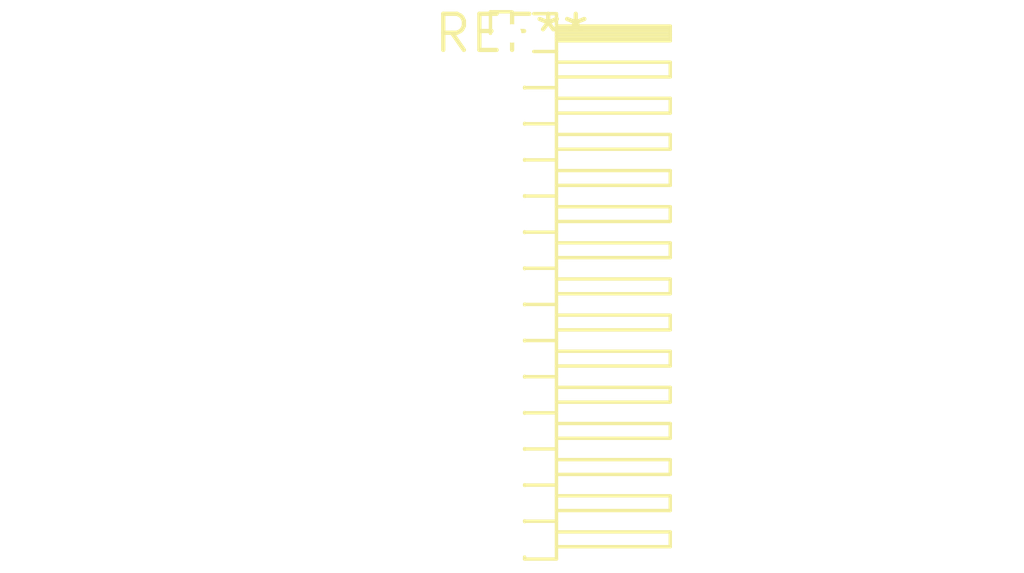
<source format=kicad_pcb>
(kicad_pcb (version 20240108) (generator pcbnew)
  (layers (0 "F.Cu" signal) (31 "B.Cu" signal) (34 "B.Paste" user) (35 "F.Paste" user) (36 "B.SilkS" user "B.Silkscreen") (37 "F.SilkS" user "F.Silkscreen") (38 "B.Mask" user) (39 "F.Mask" user) (44 "Edge.Cuts" user))
  (net 0 "")
  (footprint "PinHeader_1x15_P1.27mm_Horizontal" (layer "F.Cu") (at 0 0)
    (property "Reference" "REF**")
    (property "Value" "PinHeader_1x15_P1.27mm_Horizontal")
    (fp_line (start -0.76 -0.76) (end 0 -0.76) (layer "F.SilkS") (stroke (width 0.12)))
    (fp_line (start -0.76 0) (end -0.76 -0.76) (layer "F.SilkS") (stroke (width 0.12)))
    (fp_line (start 0.44 1.889677) (end 0.44 1.920323) (layer "F.SilkS") (stroke (width 0.12)))
    (fp_line (start 0.44 1.905) (end 1.56 1.905) (layer "F.SilkS") (stroke (width 0.12)))
    (fp_line (start 0.44 3.159677) (end 0.44 3.190323) (layer "F.SilkS") (stroke (width 0.12)))
    (fp_line (start 0.44 3.175) (end 1.56 3.175) (layer "F.SilkS") (stroke (width 0.12)))
    (fp_line (start 0.44 4.429677) (end 0.44 4.460323) (layer "F.SilkS") (stroke (width 0.12)))
    (fp_line (start 0.44 4.445) (end 1.56 4.445) (layer "F.SilkS") (stroke (width 0.12)))
    (fp_line (start 0.44 5.699677) (end 0.44 5.730323) (layer "F.SilkS") (stroke (width 0.12)))
    (fp_line (start 0.44 5.715) (end 1.56 5.715) (layer "F.SilkS") (stroke (width 0.12)))
    (fp_line (start 0.44 6.969677) (end 0.44 7.000323) (layer "F.SilkS") (stroke (width 0.12)))
    (fp_line (start 0.44 6.985) (end 1.56 6.985) (layer "F.SilkS") (stroke (width 0.12)))
    (fp_line (start 0.44 8.239677) (end 0.44 8.270323) (layer "F.SilkS") (stroke (width 0.12)))
    (fp_line (start 0.44 8.255) (end 1.56 8.255) (layer "F.SilkS") (stroke (width 0.12)))
    (fp_line (start 0.44 9.509677) (end 0.44 9.540323) (layer "F.SilkS") (stroke (width 0.12)))
    (fp_line (start 0.44 9.525) (end 1.56 9.525) (layer "F.SilkS") (stroke (width 0.12)))
    (fp_line (start 0.44 10.779677) (end 0.44 10.810323) (layer "F.SilkS") (stroke (width 0.12)))
    (fp_line (start 0.44 10.795) (end 1.56 10.795) (layer "F.SilkS") (stroke (width 0.12)))
    (fp_line (start 0.44 12.049677) (end 0.44 12.080323) (layer "F.SilkS") (stroke (width 0.12)))
    (fp_line (start 0.44 12.065) (end 1.56 12.065) (layer "F.SilkS") (stroke (width 0.12)))
    (fp_line (start 0.44 13.319677) (end 0.44 13.350323) (layer "F.SilkS") (stroke (width 0.12)))
    (fp_line (start 0.44 13.335) (end 1.56 13.335) (layer "F.SilkS") (stroke (width 0.12)))
    (fp_line (start 0.44 14.589677) (end 0.44 14.620323) (layer "F.SilkS") (stroke (width 0.12)))
    (fp_line (start 0.44 14.605) (end 1.56 14.605) (layer "F.SilkS") (stroke (width 0.12)))
    (fp_line (start 0.44 15.859677) (end 0.44 15.890323) (layer "F.SilkS") (stroke (width 0.12)))
    (fp_line (start 0.44 15.875) (end 1.56 15.875) (layer "F.SilkS") (stroke (width 0.12)))
    (fp_line (start 0.44 17.129677) (end 0.44 17.160323) (layer "F.SilkS") (stroke (width 0.12)))
    (fp_line (start 0.44 17.145) (end 1.56 17.145) (layer "F.SilkS") (stroke (width 0.12)))
    (fp_line (start 0.44 18.475) (end 0.44 18.399677) (layer "F.SilkS") (stroke (width 0.12)))
    (fp_line (start 0.76 -0.695) (end 1.56 -0.695) (layer "F.SilkS") (stroke (width 0.12)))
    (fp_line (start 0.76 0.635) (end 1.56 0.635) (layer "F.SilkS") (stroke (width 0.12)))
    (fp_line (start 1.56 -0.695) (end 1.56 18.475) (layer "F.SilkS") (stroke (width 0.12)))
    (fp_line (start 1.56 -0.26) (end 5.56 -0.26) (layer "F.SilkS") (stroke (width 0.12)))
    (fp_line (start 1.56 -0.2) (end 5.56 -0.2) (layer "F.SilkS") (stroke (width 0.12)))
    (fp_line (start 1.56 -0.08) (end 5.56 -0.08) (layer "F.SilkS") (stroke (width 0.12)))
    (fp_line (start 1.56 0.04) (end 5.56 0.04) (layer "F.SilkS") (stroke (width 0.12)))
    (fp_line (start 1.56 0.16) (end 5.56 0.16) (layer "F.SilkS") (stroke (width 0.12)))
    (fp_line (start 1.56 1.01) (end 5.56 1.01) (layer "F.SilkS") (stroke (width 0.12)))
    (fp_line (start 1.56 2.28) (end 5.56 2.28) (layer "F.SilkS") (stroke (width 0.12)))
    (fp_line (start 1.56 3.55) (end 5.56 3.55) (layer "F.SilkS") (stroke (width 0.12)))
    (fp_line (start 1.56 4.82) (end 5.56 4.82) (layer "F.SilkS") (stroke (width 0.12)))
    (fp_line (start 1.56 6.09) (end 5.56 6.09) (layer "F.SilkS") (stroke (width 0.12)))
    (fp_line (start 1.56 7.36) (end 5.56 7.36) (layer "F.SilkS") (stroke (width 0.12)))
    (fp_line (start 1.56 8.63) (end 5.56 8.63) (layer "F.SilkS") (stroke (width 0.12)))
    (fp_line (start 1.56 9.9) (end 5.56 9.9) (layer "F.SilkS") (stroke (width 0.12)))
    (fp_line (start 1.56 11.17) (end 5.56 11.17) (layer "F.SilkS") (stroke (width 0.12)))
    (fp_line (start 1.56 12.44) (end 5.56 12.44) (layer "F.SilkS") (stroke (width 0.12)))
    (fp_line (start 1.56 13.71) (end 5.56 13.71) (layer "F.SilkS") (stroke (width 0.12)))
    (fp_line (start 1.56 14.98) (end 5.56 14.98) (layer "F.SilkS") (stroke (width 0.12)))
    (fp_line (start 1.56 16.25) (end 5.56 16.25) (layer "F.SilkS") (stroke (width 0.12)))
    (fp_line (start 1.56 17.52) (end 5.56 17.52) (layer "F.SilkS") (stroke (width 0.12)))
    (fp_line (start 1.56 18.475) (end 0.44 18.475) (layer "F.SilkS") (stroke (width 0.12)))
    (fp_line (start 5.56 -0.26) (end 5.56 0.26) (layer "F.SilkS") (stroke (width 0.12)))
    (fp_line (start 5.56 0.26) (end 1.56 0.26) (layer "F.SilkS") (stroke (width 0.12)))
    (fp_line (start 5.56 1.01) (end 5.56 1.53) (layer "F.SilkS") (stroke (width 0.12)))
    (fp_line (start 5.56 1.53) (end 1.56 1.53) (layer "F.SilkS") (stroke (width 0.12)))
    (fp_line (start 5.56 2.28) (end 5.56 2.8) (layer "F.SilkS") (stroke (width 0.12)))
    (fp_line (start 5.56 2.8) (end 1.56 2.8) (layer "F.SilkS") (stroke (width 0.12)))
    (fp_line (start 5.56 3.55) (end 5.56 4.07) (layer "F.SilkS") (stroke (width 0.12)))
    (fp_line (start 5.56 4.07) (end 1.56 4.07) (layer "F.SilkS") (stroke (width 0.12)))
    (fp_line (start 5.56 4.82) (end 5.56 5.34) (layer "F.SilkS") (stroke (width 0.12)))
    (fp_line (start 5.56 5.34) (end 1.56 5.34) (layer "F.SilkS") (stroke (width 0.12)))
    (fp_line (start 5.56 6.09) (end 5.56 6.61) (layer "F.SilkS") (stroke (width 0.12)))
    (fp_line (start 5.56 6.61) (end 1.56 6.61) (layer "F.SilkS") (stroke (width 0.12)))
    (fp_line (start 5.56 7.36) (end 5.56 7.88) (layer "F.SilkS") (stroke (width 0.12)))
    (fp_line (start 5.56 7.88) (end 1.56 7.88) (layer "F.SilkS") (stroke (width 0.12)))
    (fp_line (start 5.56 8.63) (end 5.56 9.15) (layer "F.SilkS") (stroke (width 0.12)))
    (fp_line (start 5.56 9.15) (end 1.56 9.15) (layer "F.SilkS") (stroke (width 0.12)))
    (fp_line (start 5.56 9.9) (end 5.56 10.42) (layer "F.SilkS") (stroke (width 0.12)))
    (fp_line (start 5.56 10.42) (end 1.56 10.42) (layer "F.SilkS") (stroke (width 0.12)))
    (fp_line (start 5.56 11.17) (end 5.56 11.69) (layer "F.SilkS") (stroke (width 0.12)))
    (fp_line (start 5.56 11.69) (end 1.56 11.69) (layer "F.SilkS") (stroke (width 0.12)))
    (fp_line (start 5.56 12.44) (end 5.56 12.96) (layer "F.SilkS") (stroke (width 0.12)))
    (fp_line (start 5.56 12.96) (end 1.56 12.96) (layer "F.SilkS") (stroke (width 0.12)))
    (fp_line (start 5.56 13.71) (end 5.56 14.23) (layer "F.SilkS") (stroke (width 0.12)))
    (fp_line (start 5.56 14.23) (end 1.56 14.23) (layer "F.SilkS") (stroke (width 0.12)))
    (fp_line (start 5.56 14.98) (end 5.56 15.5) (layer "F.SilkS") (stroke (width 0.12)))
    (fp_line (start 5.56 15.5) (end 1.56 15.5) (layer "F.SilkS") (stroke (width 0.12)))
    (fp_line (start 5.56 16.25) (end 5.56 16.77) (layer "F.SilkS") (stroke (width 0.12)))
    (fp_line (start 5.56 16.77) (end 1.56 16.77) (layer "F.SilkS") (stroke (width 0.12)))
    (fp_line (start 5.56 17.52) (end 5.56 18.04) (layer "F.SilkS") (stroke (width 0.12)))
    (fp_line (start 5.56 18.04) (end 1.56 18.04) (layer "F.SilkS") (stroke (width 0.12)))
    (pad "1" thru_hole rect (at 0 0) (size 1 1) (drill 0.65) (layers *.Cu *.Mask) (remove_unused_layers))
    (pad "2" thru_hole oval (at 0 1.27) (size 1 1) (drill 0.65) (layers *.Cu *.Mask) (remove_unused_layers))
    (pad "3" thru_hole oval (at 0 2.54) (size 1 1) (drill 0.65) (layers *.Cu *.Mask) (remove_unused_layers))
    (pad "4" thru_hole oval (at 0 3.81) (size 1 1) (drill 0.65) (layers *.Cu *.Mask) (remove_unused_layers))
    (pad "5" thru_hole oval (at 0 5.08) (size 1 1) (drill 0.65) (layers *.Cu *.Mask) (remove_unused_layers))
    (pad "6" thru_hole oval (at 0 6.35) (size 1 1) (drill 0.65) (layers *.Cu *.Mask) (remove_unused_layers))
    (pad "7" thru_hole oval (at 0 7.62) (size 1 1) (drill 0.65) (layers *.Cu *.Mask) (remove_unused_layers))
    (pad "8" thru_hole oval (at 0 8.89) (size 1 1) (drill 0.65) (layers *.Cu *.Mask) (remove_unused_layers))
    (pad "9" thru_hole oval (at 0 10.16) (size 1 1) (drill 0.65) (layers *.Cu *.Mask) (remove_unused_layers))
    (pad "10" thru_hole oval (at 0 11.43) (size 1 1) (drill 0.65) (layers *.Cu *.Mask) (remove_unused_layers))
    (pad "11" thru_hole oval (at 0 12.7) (size 1 1) (drill 0.65) (layers *.Cu *.Mask) (remove_unused_layers))
    (pad "12" thru_hole oval (at 0 13.97) (size 1 1) (drill 0.65) (layers *.Cu *.Mask) (remove_unused_layers))
    (pad "13" thru_hole oval (at 0 15.24) (size 1 1) (drill 0.65) (layers *.Cu *.Mask) (remove_unused_layers))
    (pad "14" thru_hole oval (at 0 16.51) (size 1 1) (drill 0.65) (layers *.Cu *.Mask) (remove_unused_layers))
    (pad "15" thru_hole oval (at 0 17.78) (size 1 1) (drill 0.65) (layers *.Cu *.Mask) (remove_unused_layers))
  )
)
</source>
